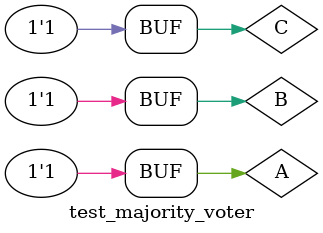
<source format=v>
`timescale 1ns / 1ps

module test_majority_voter();

	reg A;
	reg B;
	reg C; 
	
	wire OUT;
	
	majority_voter uut(
		.A(A),
		.B(B),
		.C(C),
		.OUT(OUT)
	);
	
	initial begin 
		//initialize 000 case
		A = 1'b0;
		B = 1'b0;
		C = 1'b0;
		
		//global reset 001 case 
		#10
		A = 1'b0;
		B = 1'b0;
		C = 1'b1;
		
		//global reset 010 case 
		#10
		A = 1'b0;
		B = 1'b1;
		C = 1'b0;
		
		//global reset 011 case 
		#10 
		A = 1'b0;
		B = 1'b1;
		C = 1'b1;
		
		//global reset 100 case 
		#10 
		A = 1'b1;
		B = 1'b0;
		C = 1'b0;
		
		//global reset 101 case 
		#10 
		A = 1'b1;
		B = 1'b0;
		C = 1'b1;
		
		//global reset 110 case
		#10 
		A = 1'b1;
		B = 1'b1;
		C = 1'b0;
		
		//global reset 111 case
		#10
		A = 1'b1;
		B = 1'b1;
		C = 1'b1;
		
		end
endmodule 
</source>
